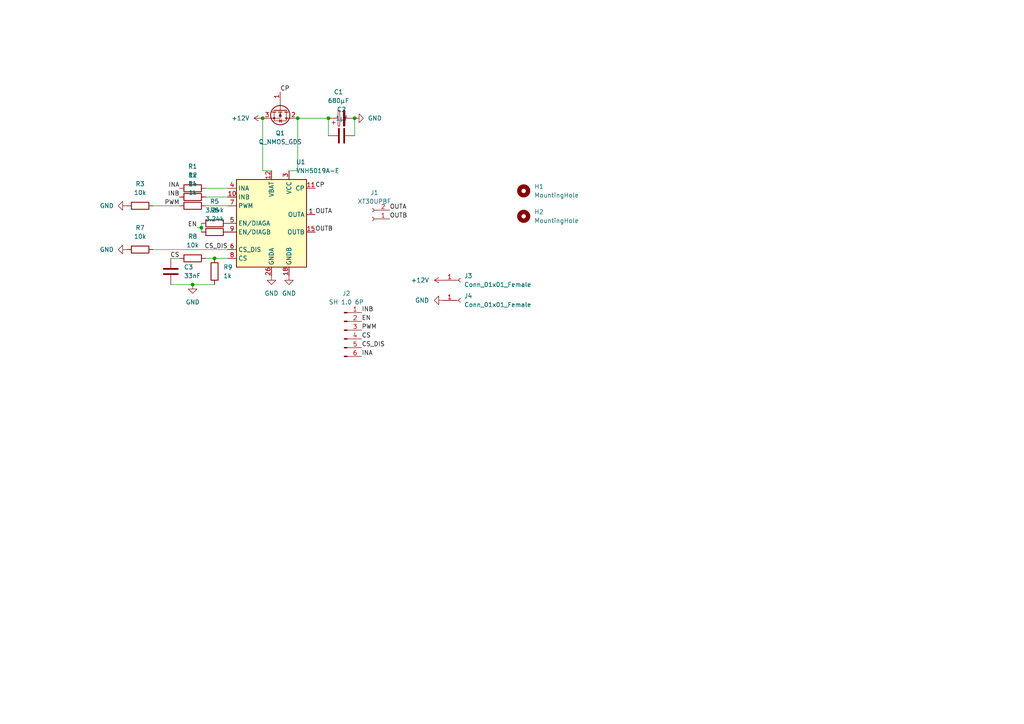
<source format=kicad_sch>
(kicad_sch (version 20211123) (generator eeschema)
  (paper "A4")
  (lib_symbols
    (symbol "Connector:Conn_01x01_Female" (pin_names (offset 1.016) hide)
      (property "Reference" "J" (at 0 2.54 0))
      (property "Value" "Conn_01x01_Female" (at 0 -2.54 0))
      (symbol "Conn_01x01_Female_1_1"
        (polyline (pts (xy -1.27 0) (xy -0.508 0)) (stroke (width 0.1524)))
        (arc (start 0 0.508) (mid -0.508 0) (end 0 -0.508) (stroke (width 0.1524)))
        (pin passive line (at -5.08 0 0) (length 3.81) (name "Pin_1") (number "1"))
      )
    )
    (symbol "Connector:Conn_01x02_Female" (pin_names (offset 1.016) hide)
      (property "Reference" "J" (at 0 2.54 0))
      (property "Value" "Conn_01x02_Female" (at 0 -5.08 0))
      (symbol "Conn_01x02_Female_1_1"
        (arc (start 0 -2.032) (mid -0.508 -2.54) (end 0 -3.048) (stroke (width 0.1524)))
        (polyline (pts (xy -1.27 -2.54) (xy -0.508 -2.54)) (stroke (width 0.1524)))
        (polyline (pts (xy -1.27 0) (xy -0.508 0)) (stroke (width 0.1524)))
        (arc (start 0 0.508) (mid -0.508 0) (end 0 -0.508) (stroke (width 0.1524)))
        (pin passive line (at -5.08 0 0) (length 3.81) (name "Pin_1") (number "1"))
        (pin passive line (at -5.08 -2.54 0) (length 3.81) (name "Pin_2") (number "2"))
      )
    )
    (symbol "Connector:Conn_01x06_Male" (pin_names (offset 1.016) hide)
      (property "Reference" "J" (at 0 7.62 0))
      (property "Value" "Conn_01x06_Male" (at 0 -10.16 0))
      (symbol "Conn_01x06_Male_1_1"
        (polyline (pts (xy 1.27 -7.62) (xy 0.8636 -7.62)) (stroke (width 0.1524)))
        (polyline (pts (xy 1.27 -5.08) (xy 0.8636 -5.08)) (stroke (width 0.1524)))
        (polyline (pts (xy 1.27 -2.54) (xy 0.8636 -2.54)) (stroke (width 0.1524)))
        (polyline (pts (xy 1.27 0) (xy 0.8636 0)) (stroke (width 0.1524)))
        (polyline (pts (xy 1.27 2.54) (xy 0.8636 2.54)) (stroke (width 0.1524)))
        (polyline (pts (xy 1.27 5.08) (xy 0.8636 5.08)) (stroke (width 0.1524)))
        (rectangle (start 0.8636 -7.493) (end 0 -7.747) (stroke (width 0.1524)) (fill (type outline)))
        (rectangle (start 0.8636 -4.953) (end 0 -5.207) (stroke (width 0.1524)) (fill (type outline)))
        (rectangle (start 0.8636 -2.413) (end 0 -2.667) (stroke (width 0.1524)) (fill (type outline)))
        (rectangle (start 0.8636 0.127) (end 0 -0.127) (stroke (width 0.1524)) (fill (type outline)))
        (rectangle (start 0.8636 2.667) (end 0 2.413) (stroke (width 0.1524)) (fill (type outline)))
        (rectangle (start 0.8636 5.207) (end 0 4.953) (stroke (width 0.1524)) (fill (type outline)))
        (pin passive line (at 5.08 5.08 180) (length 3.81) (name "Pin_1") (number "1"))
        (pin passive line (at 5.08 2.54 180) (length 3.81) (name "Pin_2") (number "2"))
        (pin passive line (at 5.08 0 180) (length 3.81) (name "Pin_3") (number "3"))
        (pin passive line (at 5.08 -2.54 180) (length 3.81) (name "Pin_4") (number "4"))
        (pin passive line (at 5.08 -5.08 180) (length 3.81) (name "Pin_5") (number "5"))
        (pin passive line (at 5.08 -7.62 180) (length 3.81) (name "Pin_6") (number "6"))
      )
    )
    (symbol "Device:C" (pin_numbers hide) (pin_names (offset 0.254))
      (property "Reference" "C" (at 0.635 2.54 0))
      (property "Value" "C" (at 0.635 -2.54 0))
      (symbol "C_0_1"
        (polyline (pts (xy -2.032 -0.762) (xy 2.032 -0.762)) (stroke (width 0.508)))
        (polyline (pts (xy -2.032 0.762) (xy 2.032 0.762)) (stroke (width 0.508)))
      )
      (symbol "C_1_1"
        (pin passive line (at 0 3.81 270) (length 2.794) (name "~") (number "1"))
        (pin passive line (at 0 -3.81 90) (length 2.794) (name "~") (number "2"))
      )
    )
    (symbol "Device:C_Polarized" (pin_numbers hide) (pin_names (offset 0.254))
      (property "Reference" "C" (at 0.635 2.54 0))
      (property "Value" "C_Polarized" (at 0.635 -2.54 0))
      (symbol "C_Polarized_0_1"
        (rectangle (start -2.286 0.508) (end 2.286 1.016))
        (polyline (pts (xy -1.778 2.286) (xy -0.762 2.286)))
        (polyline (pts (xy -1.27 2.794) (xy -1.27 1.778)))
        (rectangle (start 2.286 -0.508) (end -2.286 -1.016) (fill (type outline)))
      )
      (symbol "C_Polarized_1_1"
        (pin passive line (at 0 3.81 270) (length 2.794) (name "~") (number "1"))
        (pin passive line (at 0 -3.81 90) (length 2.794) (name "~") (number "2"))
      )
    )
    (symbol "Device:Q_NMOS_GDS" (pin_names (offset 0) hide)
      (property "Reference" "Q" (at 5.08 1.27 0))
      (property "Value" "Q_NMOS_GDS" (at 5.08 -1.27 0))
      (symbol "Q_NMOS_GDS_0_1"
        (polyline (pts (xy 0.254 0) (xy -2.54 0)))
        (polyline (pts (xy 0.254 1.905) (xy 0.254 -1.905)) (stroke (width 0.254)))
        (polyline (pts (xy 0.762 -1.27) (xy 0.762 -2.286)) (stroke (width 0.254)))
        (polyline (pts (xy 0.762 0.508) (xy 0.762 -0.508)) (stroke (width 0.254)))
        (polyline (pts (xy 0.762 2.286) (xy 0.762 1.27)) (stroke (width 0.254)))
        (polyline (pts (xy 2.54 2.54) (xy 2.54 1.778)))
        (polyline (pts (xy 2.54 -2.54) (xy 2.54 0) (xy 0.762 0)))
        (polyline (pts (xy 0.762 -1.778) (xy 3.302 -1.778) (xy 3.302 1.778) (xy 0.762 1.778)))
        (polyline (pts (xy 1.016 0) (xy 2.032 0.381) (xy 2.032 -0.381) (xy 1.016 0)) (fill (type outline)))
        (polyline (pts (xy 2.794 0.508) (xy 2.921 0.381) (xy 3.683 0.381) (xy 3.81 0.254)))
        (polyline (pts (xy 3.302 0.381) (xy 2.921 -0.254) (xy 3.683 -0.254) (xy 3.302 0.381)))
        (circle (center 1.651 0) (radius 2.794) (stroke (width 0.254)))
        (circle (center 2.54 -1.778) (radius 0.254) (fill (type outline)))
        (circle (center 2.54 1.778) (radius 0.254) (fill (type outline)))
      )
      (symbol "Q_NMOS_GDS_1_1"
        (pin input line (at -5.08 0 0) (length 2.54) (name "G") (number "1"))
        (pin passive line (at 2.54 5.08 270) (length 2.54) (name "D") (number "2"))
        (pin passive line (at 2.54 -5.08 90) (length 2.54) (name "S") (number "3"))
      )
    )
    (symbol "Device:R" (pin_numbers hide) (pin_names (offset 0))
      (property "Reference" "R" (at 2.032 0 90))
      (property "Value" "R" (at 0 0 90))
      (symbol "R_0_1"
        (rectangle (start -1.016 -2.54) (end 1.016 2.54) (stroke (width 0.254)))
      )
      (symbol "R_1_1"
        (pin passive line (at 0 3.81 270) (length 1.27) (name "~") (number "1"))
        (pin passive line (at 0 -3.81 90) (length 1.27) (name "~") (number "2"))
      )
    )
    (symbol "Driver_Motor:VNH5019A-E"
      (property "Reference" "U" (at -7.62 13.97 0))
      (property "Value" "VNH5019A-E" (at 12.7 13.97 0))
      (symbol "VNH5019A-E_0_1"
        (rectangle (start -10.16 12.7) (end 10.16 -12.7) (stroke (width 0.254)) (fill (type background)))
      )
      (symbol "VNH5019A-E_1_1"
        (pin output line (at 12.7 2.54 180) (length 2.54) (name "OUTA") (number "1"))
        (pin input line (at -12.7 7.62 0) (length 2.54) (name "INB") (number "10"))
        (pin output line (at 12.7 10.16 180) (length 2.54) (name "CP") (number "11"))
        (pin power_in line (at 0 15.24 270) (length 2.54) (name "VBAT") (number "12"))
        (pin passive line (at 5.08 15.24 270) (length 2.54) hide (name "VCC") (number "13"))
        (pin no_connect line (at 10.16 -10.16 180) (length 2.54) hide (name "NC") (number "14"))
        (pin output line (at 12.7 -2.54 180) (length 2.54) (name "OUTB") (number "15"))
        (pin passive line (at 12.7 -2.54 180) (length 2.54) hide (name "OUTB") (number "16"))
        (pin no_connect line (at 10.16 -5.08 180) (length 2.54) hide (name "NC") (number "17"))
        (pin power_in line (at 5.08 -15.24 90) (length 2.54) (name "GNDB") (number "18"))
        (pin passive line (at 5.08 -15.24 90) (length 2.54) hide (name "GNDB") (number "19"))
        (pin no_connect line (at 10.16 -7.62 180) (length 2.54) hide (name "NC") (number "2"))
        (pin passive line (at 5.08 -15.24 90) (length 2.54) hide (name "GNDB") (number "20"))
        (pin passive line (at 12.7 -2.54 180) (length 2.54) hide (name "OUTB") (number "21"))
        (pin no_connect line (at 10.16 0 180) (length 2.54) hide (name "NC") (number "22"))
        (pin passive line (at 5.08 15.24 270) (length 2.54) hide (name "VCC") (number "23"))
        (pin no_connect line (at 10.16 5.08 180) (length 2.54) hide (name "NC") (number "24"))
        (pin passive line (at 12.7 2.54 180) (length 2.54) hide (name "OUTA") (number "25"))
        (pin power_in line (at 0 -15.24 90) (length 2.54) (name "GNDA") (number "26"))
        (pin passive line (at 0 -15.24 90) (length 2.54) hide (name "GNDA") (number "27"))
        (pin passive line (at 0 -15.24 90) (length 2.54) hide (name "GNDA") (number "28"))
        (pin no_connect line (at 10.16 7.62 180) (length 2.54) hide (name "NC") (number "29"))
        (pin power_in line (at 5.08 15.24 270) (length 2.54) (name "VCC") (number "3"))
        (pin passive line (at 12.7 2.54 180) (length 2.54) hide (name "OUTA") (number "30"))
        (pin passive line (at 5.08 15.24 270) (length 2.54) hide (name "VCC") (number "31"))
        (pin passive line (at 12.7 -2.54 180) (length 2.54) hide (name "OUTB") (number "32"))
        (pin passive line (at 12.7 2.54 180) (length 2.54) hide (name "OUTA") (number "33"))
        (pin input line (at -12.7 10.16 0) (length 2.54) (name "INA") (number "4"))
        (pin open_collector line (at -12.7 0 0) (length 2.54) (name "EN/DIAGA") (number "5"))
        (pin input line (at -12.7 -7.62 0) (length 2.54) (name "CS_DIS") (number "6"))
        (pin input line (at -12.7 5.08 0) (length 2.54) (name "PWM") (number "7"))
        (pin output line (at -12.7 -10.16 0) (length 2.54) (name "CS") (number "8"))
        (pin open_collector line (at -12.7 -2.54 0) (length 2.54) (name "EN/DIAGB") (number "9"))
      )
    )
    (symbol "Mechanical:MountingHole" (pin_names (offset 1.016))
      (property "Reference" "H" (at 0 5.08 0))
      (property "Value" "MountingHole" (at 0 3.175 0))
      (symbol "MountingHole_0_1"
        (circle (center 0 0) (radius 1.27) (stroke (width 1.27)))
      )
    )
    (symbol "power:+12V" (power) (pin_names (offset 0))
      (property "Value" "+12V" (at 0 3.556 0))
      (symbol "+12V_0_1"
        (polyline (pts (xy -0.762 1.27) (xy 0 2.54)))
        (polyline (pts (xy 0 0) (xy 0 2.54)))
        (polyline (pts (xy 0 2.54) (xy 0.762 1.27)))
      )
      (symbol "+12V_1_1"
        (pin power_in line (at 0 0 90) (length 0) hide (name "+12V") (number "1"))
      )
    )
    (symbol "power:GND" (power) (pin_names (offset 0))
      (property "Value" "GND" (at 0 -3.81 0))
      (symbol "GND_0_1"
        (polyline (pts (xy 0 0) (xy 0 -1.27) (xy 1.27 -1.27) (xy 0 -2.54) (xy -1.27 -1.27) (xy 0 -1.27)))
      )
      (symbol "GND_1_1"
        (pin power_in line (at 0 0 270) (length 0) hide (name "GND") (number "1"))
      )
    )
  )
  (junction (at 95.25 34.29))
  (junction (at 62.23 74.93))
  (junction (at 102.87 34.29))
  (junction (at 76.2 34.29))
  (junction (at 55.88 82.55))
  (junction (at 58.42 66.04))
  (junction (at 86.36 34.29))
  (wire (pts (xy 62.23 74.93) (xy 66.04 74.93)))
  (wire (pts (xy 76.2 49.53) (xy 78.74 49.53)))
  (wire (pts (xy 44.45 59.69) (xy 52.07 59.69)))
  (wire (pts (xy 58.42 64.77) (xy 58.42 66.04)))
  (wire (pts (xy 59.69 59.69) (xy 66.04 59.69)))
  (wire (pts (xy 58.42 66.04) (xy 58.42 67.31)))
  (wire (pts (xy 49.53 74.93) (xy 52.07 74.93)))
  (wire (pts (xy 102.87 34.29) (xy 102.87 39.37)))
  (wire (pts (xy 57.15 66.04) (xy 58.42 66.04)))
  (wire (pts (xy 55.88 82.55) (xy 62.23 82.55)))
  (wire (pts (xy 59.69 74.93) (xy 62.23 74.93)))
  (wire (pts (xy 49.53 82.55) (xy 55.88 82.55)))
  (wire (pts (xy 86.36 34.29) (xy 95.25 34.29)))
  (wire (pts (xy 95.25 34.29) (xy 95.25 39.37)))
  (wire (pts (xy 59.69 57.15) (xy 66.04 57.15)))
  (wire (pts (xy 44.45 72.39) (xy 66.04 72.39)))
  (wire (pts (xy 86.36 49.53) (xy 86.36 34.29)))
  (wire (pts (xy 83.82 49.53) (xy 86.36 49.53)))
  (wire (pts (xy 76.2 34.29) (xy 76.2 49.53)))
  (wire (pts (xy 59.69 54.61) (xy 66.04 54.61)))
  (label "OUTB" (at 91.44 67.31 0))
  (label "INB" (at 104.902 90.678 0))
  (label "CS_DIS" (at 104.902 100.838 0))
  (label "INA" (at 52.07 54.61 180))
  (label "CS" (at 52.07 74.93 180))
  (label "OUTA" (at 113.03 60.96 0))
  (label "EN" (at 104.902 93.218 0))
  (label "INA" (at 104.902 103.378 0))
  (label "PWM" (at 104.902 95.758 0))
  (label "OUTA" (at 91.44 62.23 0))
  (label "OUTB" (at 113.03 63.5 0))
  (label "INB" (at 52.07 57.15 180))
  (label "CS_DIS" (at 66.04 72.39 180))
  (label "CP" (at 91.44 54.61 0))
  (label "PWM" (at 52.07 59.69 180))
  (label "CS" (at 104.902 98.298 0))
  (label "EN" (at 57.15 66.04 180))
  (label "CP" (at 81.28 26.67 0))
  (symbol (lib_id "Connector:Conn_01x06_Male") (at 99.822 95.758 0) (unit 1)
    (property "Reference" "J2" (at 100.457 85.09 0))
    (property "Value" "SH 1.0 6P" (at 100.457 87.63 0))
    (property "Footprint" "Connector_JST:JST_SH_SM06B-SRSS-TB_1x06-1MP_P1.00mm_Horizontal" (effects hide))
  )
  (symbol (lib_id "Device:C") (at 49.53 78.74 0) (unit 1)
    (property "Reference" "C3" (at 53.34 77.4699 0) (effects (justify left)))
    (property "Value" "33nF" (at 53.34 80.0099 0) (effects (justify left)))
    (property "Footprint" "Capacitor_SMD:C_0603_1608Metric" (effects hide))
  )
  (symbol (lib_id "Device:R") (at 55.88 54.61 90) (unit 1)
    (property "Reference" "R1" (at 55.88 48.26 90))
    (property "Value" "1k" (at 55.88 50.8 90))
    (property "Footprint" "Resistor_SMD:R_0603_1608Metric" (effects hide))
  )
  (symbol (lib_id "Device:R") (at 62.23 64.77 90) (unit 1)
    (property "Reference" "R5" (at 62.23 58.42 90))
    (property "Value" "3.24k" (at 62.23 60.96 90))
    (property "Footprint" "Resistor_SMD:R_0603_1608Metric" (effects hide))
  )
  (symbol (lib_id "Device:C") (at 99.06 39.37 90) (unit 1)
    (property "Reference" "C2" (at 99.06 31.75 90))
    (property "Value" "1µf" (at 99.06 34.29 90))
    (property "Footprint" "Capacitor_SMD:C_0603_1608Metric" (effects hide))
  )
  (symbol (lib_id "Connector:Conn_01x01_Female") (at 133.604 81.28 0) (unit 1)
    (property "Reference" "J3" (at 134.62 80.0099 0) (effects (justify left)))
    (property "Value" "Conn_01x01_Female" (at 134.62 82.5499 0) (effects (justify left)))
    (property "Footprint" "Connector_Wire:SolderWirePad_1x01_SMD_5x10mm" (effects hide))
  )
  (symbol (lib_id "Connector:Conn_01x01_Female") (at 133.604 87.122 0) (unit 1)
    (property "Reference" "J4" (at 134.62 85.8519 0) (effects (justify left)))
    (property "Value" "Conn_01x01_Female" (at 134.62 88.3919 0) (effects (justify left)))
    (property "Footprint" "Connector_Wire:SolderWirePad_1x01_SMD_5x10mm" (effects hide))
  )
  (symbol (lib_id "Device:Q_NMOS_GDS") (at 81.28 31.75 270) (unit 1)
    (property "Reference" "Q1" (at 81.28 38.608 90))
    (property "Value" "Q_NMOS_GDS" (at 81.28 41.148 90))
    (property "Footprint" "Package_TO_SOT_SMD:TO-252-2" (effects hide))
  )
  (symbol (lib_id "power:GND") (at 36.83 72.39 270) (unit 1)
    (property "Reference" "#PWR05" (effects hide))
    (property "Value" "GND" (at 33.02 72.3899 90) (effects (justify right)))
  )
  (symbol (lib_id "power:GND") (at 102.87 34.29 90) (unit 1)
    (property "Reference" "#PWR02" (effects hide))
    (property "Value" "GND" (at 106.68 34.2899 90) (effects (justify right)))
  )
  (symbol (lib_id "Mechanical:MountingHole") (at 151.892 62.738 0) (unit 1)
    (property "Reference" "H2" (at 154.94 61.4679 0) (effects (justify left)))
    (property "Value" "MountingHole" (at 154.94 64.0079 0) (effects (justify left)))
    (property "Footprint" "MountingHole:MountingHole_3.2mm_M3_Pad" (effects hide))
  )
  (symbol (lib_id "power:GND") (at 36.83 59.69 270) (unit 1)
    (property "Reference" "#PWR03" (effects hide))
    (property "Value" "GND" (at 33.02 59.6899 90) (effects (justify right)))
  )
  (symbol (lib_id "Device:R") (at 55.88 59.69 90) (unit 1)
    (property "Reference" "R4" (at 55.88 53.34 90))
    (property "Value" "1k" (at 55.88 55.88 90))
    (property "Footprint" "Resistor_SMD:R_0603_1608Metric" (effects hide))
  )
  (symbol (lib_id "power:+12V") (at 76.2 34.29 90) (unit 1)
    (property "Reference" "#PWR01" (effects hide))
    (property "Value" "+12V" (at 72.39 34.2899 90) (effects (justify left)))
  )
  (symbol (lib_id "Driver_Motor:VNH5019A-E") (at 78.74 64.77 0) (unit 1)
    (property "Reference" "U1" (at 85.8394 46.99 0) (effects (justify left)))
    (property "Value" "VNH5019A-E" (at 85.8394 49.53 0) (effects (justify left)))
    (property "Footprint" "Package_SO:ST_MultiPowerSO-30" (effects hide))
    (property "Datasheet" "https://www.st.com/resource/en/datasheet/vnh5019a-e.pdf" (effects hide))
  )
  (symbol (lib_id "power:GND") (at 55.88 82.55 0) (unit 1)
    (property "Reference" "#PWR08" (effects hide))
    (property "Value" "GND" (at 55.88 87.63 0))
  )
  (symbol (lib_id "Device:C_Polarized") (at 99.06 34.29 90) (unit 1)
    (property "Reference" "C1" (at 98.171 26.67 90))
    (property "Value" "680µF" (at 98.171 29.21 90))
    (property "Footprint" "Capacitor_THT:CP_Radial_D8.0mm_P3.50mm" (effects hide))
  )
  (symbol (lib_id "Connector:Conn_01x02_Female") (at 107.95 63.5 180) (unit 1)
    (property "Reference" "J1" (at 108.585 55.88 0))
    (property "Value" "XT30UPBF" (at 108.585 58.42 0))
    (property "Footprint" "Connector_AMASS:AMASS_XT30UPB-F_1x02_P5.0mm_Vertical" (effects hide))
  )
  (symbol (lib_id "Device:R") (at 62.23 67.31 90) (unit 1)
    (property "Reference" "R6" (at 62.23 60.96 90))
    (property "Value" "3.24k" (at 62.23 63.5 90))
    (property "Footprint" "Resistor_SMD:R_0603_1608Metric" (effects hide))
  )
  (symbol (lib_id "Device:R") (at 40.64 59.69 90) (unit 1)
    (property "Reference" "R3" (at 40.64 53.34 90))
    (property "Value" "10k" (at 40.64 55.88 90))
    (property "Footprint" "Resistor_SMD:R_0603_1608Metric" (effects hide))
  )
  (symbol (lib_id "power:+12V") (at 128.524 81.28 90) (unit 1)
    (property "Reference" "#PWR0103" (effects hide))
    (property "Value" "+12V" (at 124.46 81.2799 90) (effects (justify left)))
  )
  (symbol (lib_id "Mechanical:MountingHole") (at 151.892 55.372 0) (unit 1)
    (property "Reference" "H1" (at 154.94 54.1019 0) (effects (justify left)))
    (property "Value" "MountingHole" (at 154.94 56.6419 0) (effects (justify left)))
    (property "Footprint" "MountingHole:MountingHole_3.2mm_M3_Pad" (effects hide))
  )
  (symbol (lib_id "power:GND") (at 78.74 80.01 0) (unit 1)
    (property "Reference" "#PWR06" (effects hide))
    (property "Value" "GND" (at 78.74 85.09 0))
  )
  (symbol (lib_id "power:GND") (at 128.524 87.122 270) (unit 1)
    (property "Reference" "#PWR0102" (effects hide))
    (property "Value" "GND" (at 124.46 87.1219 90) (effects (justify right)))
  )
  (symbol (lib_id "Device:R") (at 55.88 74.93 90) (unit 1)
    (property "Reference" "R8" (at 55.88 68.58 90))
    (property "Value" "10k" (at 55.88 71.12 90))
    (property "Footprint" "Resistor_SMD:R_0603_1608Metric" (effects hide))
  )
  (symbol (lib_id "Device:R") (at 55.88 57.15 90) (unit 1)
    (property "Reference" "R2" (at 55.88 50.8 90))
    (property "Value" "1k" (at 55.88 53.34 90))
    (property "Footprint" "Resistor_SMD:R_0603_1608Metric" (effects hide))
  )
  (symbol (lib_id "Device:R") (at 62.23 78.74 180) (unit 1)
    (property "Reference" "R9" (at 64.77 77.4699 0) (effects (justify right)))
    (property "Value" "1k" (at 64.77 80.0099 0) (effects (justify right)))
    (property "Footprint" "Resistor_SMD:R_0603_1608Metric" (effects hide))
  )
  (symbol (lib_id "Device:R") (at 40.64 72.39 90) (unit 1)
    (property "Reference" "R7" (at 40.64 66.04 90))
    (property "Value" "10k" (at 40.64 68.58 90))
    (property "Footprint" "Resistor_SMD:R_0603_1608Metric" (effects hide))
  )
  (symbol (lib_id "power:GND") (at 83.82 80.01 0) (unit 1)
    (property "Reference" "#PWR07" (effects hide))
    (property "Value" "GND" (at 83.82 85.09 0))
  )
)
</source>
